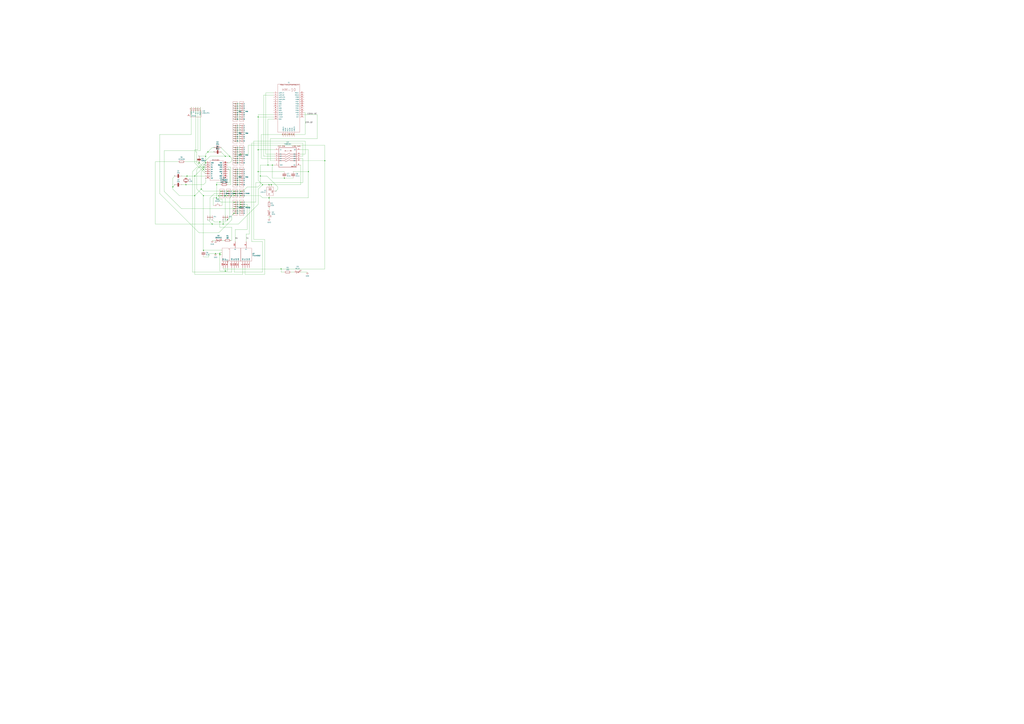
<source format=kicad_sch>
(kicad_sch (version 20230121) (generator eeschema)
  (paper "A0")
  (title_block (title "shield.sch") (date "16 DEC 2016"))
  (lib_symbols
    (symbol "TXB0104:TXB0104" (pin_names (offset 1.016))
      (property "Reference" "U" (at -10.16 12.7 0))
      (property "Value" "TXB0104" (at -10.16 -15.24 0))
      (symbol "TXB0104_0_0"
        (text "(bank A)" (at 4.064 -12.192 0) (effects (font (size 0.762 0.762)) (justify left bottom)))
        (text "1V2-3V6" (at -11.684 10.922 0) (effects (font (size 1.27 1.27)) (justify left bottom)))
        (text "1V65-5V5" (at 4.826 10.922 0) (effects (font (size 1.27 1.27)) (justify left bottom)))
        (text "VA < VB" (at -3.81 5.588 0) (effects (font (size 1.27 1.27)) (justify left bottom)))
        (pin bidirectional line (at -15.24 7.62 0) (length 5.08) (name "VA") (number "1"))
        (pin bidirectional line (at 15.24 -5.08 180) (length 5.08) (name "B4") (number "10"))
        (pin bidirectional line (at 15.24 -2.54 180) (length 5.08) (name "B3") (number "11"))
        (pin bidirectional line (at 15.24 0 180) (length 5.08) (name "B2") (number "12"))
        (pin bidirectional line (at 15.24 2.54 180) (length 5.08) (name "B1") (number "13"))
        (pin bidirectional line (at 15.24 7.62 180) (length 5.08) (name "VB") (number "14"))
        (pin bidirectional line (at -15.24 2.54 0) (length 5.08) (name "A1") (number "2"))
        (pin bidirectional line (at -15.24 0 0) (length 5.08) (name "A2") (number "3"))
        (pin bidirectional line (at -15.24 -2.54 0) (length 5.08) (name "A3") (number "4"))
        (pin bidirectional line (at -15.24 -5.08 0) (length 5.08) (name "A4") (number "5"))
        (pin bidirectional line (at -15.24 -10.16 0) (length 5.08) (name "GND") (number "7"))
        (pin bidirectional line (at 15.24 -10.16 180) (length 5.08) (name "OE") (number "8"))
      )
    )
    (symbol "shield-rescue:4052" (pin_names (offset 0.762))
      (property "Reference" "U" (at 11.43 15.24 0))
      (property "Value" "4052" (at 10.16 -19.05 0))
      (symbol "4052_0_0"
        (pin power_in line (at 5.08 16.51 270) (length 0) hide (name "Vdd") (number "16"))
        (pin power_in line (at 0 16.51 270) (length 0) hide (name "Vss") (number "8"))
      )
      (symbol "4052_1_1"
        (pin passive line (at -15.24 -7.62 0) (length 7.62) (name "Y0") (number "1"))
        (pin input line (at -15.24 15.24 0) (length 7.62) (name "A0") (number "10"))
        (pin passive line (at -15.24 -2.54 0) (length 7.62) (name "X3") (number "11"))
        (pin passive line (at -15.24 5.08 0) (length 7.62) (name "X0") (number "12"))
        (pin passive line (at 15.24 1.27 180) (length 7.62) (name "X") (number "13"))
        (pin passive line (at -15.24 2.54 0) (length 7.62) (name "X1") (number "14"))
        (pin passive line (at -15.24 0 0) (length 7.62) (name "X2") (number "15"))
        (pin passive line (at -15.24 -12.7 0) (length 7.62) (name "Y2") (number "2"))
        (pin passive line (at 15.24 -11.43 180) (length 7.62) (name "Y") (number "3"))
        (pin passive line (at -15.24 -15.24 0) (length 7.62) (name "Y3") (number "4"))
        (pin passive line (at -15.24 -10.16 0) (length 7.62) (name "Y1") (number "5"))
        (pin input inverted (at -15.24 10.16 0) (length 7.62) (name "~{E}") (number "6"))
        (pin power_in line (at 2.54 16.51 270) (length 0) hide (name "VEE") (number "7"))
        (pin input line (at -15.24 12.7 0) (length 7.62) (name "A1") (number "9"))
      )
    )
    (symbol "shield-rescue:C" (pin_numbers hide) (pin_names (offset 0.254))
      (property "Reference" "C" (at 0.635 2.54 0))
      (property "Value" "C" (at 0.635 -2.54 0))
      (symbol "C_1_1"
        (pin passive line (at 0 3.81 270) (length 2.794) (name "~") (number "1"))
        (pin passive line (at 0 -3.81 90) (length 2.794) (name "~") (number "2"))
      )
    )
    (symbol "shield-rescue:CP" (pin_numbers hide) (pin_names (offset 0.254))
      (property "Reference" "C" (at 0.635 2.54 0))
      (property "Value" "CP" (at 0.635 -2.54 0))
      (symbol "CP_1_1"
        (pin passive line (at 0 3.81 270) (length 2.794) (name "~") (number "1"))
        (pin passive line (at 0 -3.81 90) (length 2.794) (name "~") (number "2"))
      )
    )
    (symbol "shield-rescue:Crystal" (pin_numbers hide) (pin_names (offset 1.016) hide)
      (property "Reference" "Y" (at 0 3.81 0))
      (property "Value" "Crystal" (at 0 -3.81 0))
      (symbol "Crystal_1_1"
        (pin passive line (at -3.81 0 0) (length 1.27) (name "1") (number "1"))
        (pin passive line (at 3.81 0 180) (length 1.27) (name "2") (number "2"))
      )
    )
    (symbol "shield-rescue:GND" (power) (pin_names (offset 0))
      (property "Value" "GND" (at 0 -3.81 0))
      (symbol "GND_1_1"
        (pin power_in line (at 0 0 270) (length 0) hide (name "GND") (number "1"))
      )
    )
    (symbol "shield-rescue:LED" (pin_names (offset 1.016) hide)
      (property "Reference" "D" (at 0 2.54 0))
      (property "Value" "LED" (at 0 -2.54 0))
      (symbol "LED_1_1"
        (pin passive line (at -3.81 0 0) (length 2.54) (name "K") (number "1"))
        (pin passive line (at 3.81 0 180) (length 2.54) (name "A") (number "2"))
      )
    )
    (symbol "shield-rescue:R" (pin_numbers hide) (pin_names (offset 0))
      (property "Reference" "R" (at 2.032 0 90))
      (property "Value" "R" (at 0 0 90))
      (symbol "R_1_1"
        (pin passive line (at 0 3.81 270) (length 1.27) (name "~") (number "1"))
        (pin passive line (at 0 -3.81 90) (length 1.27) (name "~") (number "2"))
      )
    )
    (symbol "shield-rescue:SW_Push" (pin_numbers hide) (pin_names (offset 1.016) hide)
      (property "Reference" "SW" (at 1.27 2.54 0))
      (property "Value" "SW_Push" (at 0 -1.524 0))
      (symbol "SW_Push_0_1"
        (pin passive line (at -5.08 0 0) (length 2.54) (name "1") (number "1"))
        (pin passive line (at 5.08 0 180) (length 2.54) (name "2") (number "2"))
      )
    )
    (symbol "shield-rescue:USB_OTG" (pin_names (offset 1.016))
      (property "Reference" "P" (at 8.255 -3.175 0))
      (property "Value" "USB_OTG" (at 0 5.08 0))
      (symbol "USB_OTG_1_1"
        (pin power_out line (at -5.08 -7.62 90) (length 3.81) (name "VBUS") (number "1"))
        (pin passive line (at -2.54 -7.62 90) (length 3.81) (name "D-") (number "2"))
        (pin passive line (at 0 -7.62 90) (length 3.81) (name "D+") (number "3"))
        (pin power_in line (at 2.54 -7.62 90) (length 3.81) (name "ID") (number "4"))
        (pin power_in line (at 5.08 -7.62 90) (length 3.81) (name "GND") (number "5"))
        (pin passive line (at 10.16 2.54 180) (length 3.81) (name "shield") (number "6"))
      )
    )
    (symbol "shield:CH340G_CH340G" (pin_names (offset 1.016))
      (symbol "CH340G_CH340G_1_0"
        (text "CH340G" (at -0.9906 13.4112 0) (effects (font (size 1.4224 1.4224))))
      )
      (symbol "CH340G_CH340G_1_1"
        (pin bidirectional line (at -12.7 10.16 0) (length 5.08) (name "GND") (number "1"))
        (pin bidirectional line (at 12.7 -5.08 180) (length 5.08) (name "DSR") (number "10"))
        (pin bidirectional line (at 12.7 -2.54 180) (length 5.08) (name "RI") (number "11"))
        (pin bidirectional line (at 12.7 0 180) (length 5.08) (name "DCD") (number "12"))
        (pin bidirectional line (at 12.7 2.54 180) (length 5.08) (name "DTR") (number "13"))
        (pin bidirectional line (at 12.7 5.08 180) (length 5.08) (name "RTS") (number "14"))
        (pin bidirectional line (at 12.7 7.62 180) (length 5.08) (name "RS232") (number "15"))
        (pin bidirectional line (at 12.7 10.16 180) (length 5.08) (name "VCC") (number "16"))
        (pin bidirectional line (at -12.7 7.62 0) (length 5.08) (name "TX") (number "2"))
        (pin bidirectional line (at -12.7 5.08 0) (length 5.08) (name "RX") (number "3"))
        (pin bidirectional line (at -12.7 2.54 0) (length 5.08) (name "V3") (number "4"))
        (pin bidirectional line (at -12.7 0 0) (length 5.08) (name "D+") (number "5"))
        (pin bidirectional line (at -12.7 -2.54 0) (length 5.08) (name "D-") (number "6"))
        (pin bidirectional line (at -12.7 -5.08 0) (length 5.08) (name "XI") (number "7"))
        (pin bidirectional line (at -12.7 -7.62 0) (length 5.08) (name "XO") (number "8"))
        (pin bidirectional line (at 12.7 -7.62 180) (length 5.08) (name "CTS") (number "9"))
      )
    )
    (symbol "shield:DP_DEVICES.V6_CON_HEADER_1X03" (pin_numbers hide) (pin_names (offset 1.016))
      (property "Reference" "J" (at -1.27 6.35 0))
      (symbol "DP_DEVICES.V6_CON_HEADER_1X03_1_1"
        (pin bidirectional inverted (at 0 2.54 0) (length 2.54) (name "1") (number "1"))
        (pin bidirectional inverted (at 0 0 0) (length 2.54) (name "2") (number "2"))
        (pin bidirectional inverted (at 0 -2.54 0) (length 2.54) (name "3") (number "3"))
      )
    )
    (symbol "shield:DP_DEVICES.V6_CON_HEADER_1X06" (pin_numbers hide) (pin_names (offset 1.016))
      (property "Reference" "J" (at -1.27 8.89 0))
      (symbol "DP_DEVICES.V6_CON_HEADER_1X06_1_1"
        (pin bidirectional inverted (at 0 5.08 0) (length 2.54) (name "1") (number "1"))
        (pin bidirectional inverted (at 0 2.54 0) (length 2.54) (name "2") (number "2"))
        (pin passive inverted (at 0 0 0) (length 2.54) (name "3") (number "3"))
        (pin passive inverted (at 0 -2.54 0) (length 2.54) (name "4") (number "4"))
        (pin passive inverted (at 0 -5.08 0) (length 2.54) (name "5") (number "5"))
        (pin passive inverted (at 0 -7.62 0) (length 2.54) (name "6") (number "6"))
      )
    )
    (symbol "shield:DP_DEVICES.V6_CON_HEADER_1X08" (pin_numbers hide) (pin_names (offset 1.016))
      (property "Reference" "J" (at -1.27 10.795 0))
      (symbol "DP_DEVICES.V6_CON_HEADER_1X08_1_1"
        (pin passive inverted (at 0 7.62 0) (length 2.54) (name "1") (number "1"))
        (pin passive inverted (at 0 5.08 0) (length 2.54) (name "2") (number "2"))
        (pin passive inverted (at 0 2.54 0) (length 2.54) (name "3") (number "3"))
        (pin passive inverted (at 0 0 0) (length 2.54) (name "4") (number "4"))
        (pin passive inverted (at 0 -2.54 0) (length 2.54) (name "5") (number "5"))
        (pin passive inverted (at 0 -5.08 0) (length 2.54) (name "6") (number "6"))
        (pin passive inverted (at 0 -7.62 0) (length 2.54) (name "7") (number "7"))
        (pin passive inverted (at 0 -10.16 0) (length 2.54) (name "8") (number "8"))
      )
    )
    (symbol "shield:JNHUAMAO_HM-10" (pin_names (offset 1.016))
      (property "Reference" "E" (at 14.4018 -45.72 90))
      (symbol "JNHUAMAO_HM-10_1_0"
        (text "HM-10" (at 12.8524 -6.5532 0) (effects (font (size 3.048 3.048))))
        (text "http://www.jnhuamao.cn/" (at 13.843 -0.5842 0) (effects (font (size 1.143 1.143))))
      )
      (symbol "JNHUAMAO_HM-10_1_1"
        (pin bidirectional line (at -5.08 -25.4 0) (length 5.08) (name "NC7") (number "$7"))
        (pin bidirectional line (at -5.08 -10.16 0) (length 5.08) (name "UART_TX") (number "1"))
        (pin bidirectional line (at -5.08 -33.02 0) (length 5.08) (name "NC10") (number "10"))
        (pin bidirectional line (at -5.08 -35.56 0) (length 5.08) (name "RESET") (number "11"))
        (pin bidirectional line (at -5.08 -38.1 0) (length 5.08) (name "+3.3V") (number "12"))
        (pin bidirectional line (at -5.08 -40.64 0) (length 5.08) (name "GND") (number "13"))
        (pin bidirectional line (at -5.08 -40.64 0) (length 5.08) hide (name "GND") (number "14"))
        (pin bidirectional line (at 6.35 -60.96 90) (length 5.08) (name "USB_D-") (number "15"))
        (pin bidirectional line (at 8.89 -60.96 90) (length 5.08) (name "NC16") (number "16"))
        (pin bidirectional line (at 11.43 -60.96 90) (length 5.08) (name "NC17") (number "17"))
        (pin bidirectional line (at 13.97 -60.96 90) (length 5.08) (name "NC18") (number "18"))
        (pin bidirectional line (at 16.51 -60.96 90) (length 5.08) (name "NC19") (number "19"))
        (pin bidirectional line (at -5.08 -12.7 0) (length 5.08) (name "UART_RX") (number "2"))
        (pin bidirectional line (at 19.05 -60.96 90) (length 5.08) (name "USB_D+") (number "20"))
        (pin bidirectional line (at -5.08 -40.64 0) (length 5.08) hide (name "GND") (number "21"))
        (pin bidirectional line (at -5.08 -40.64 0) (length 5.08) hide (name "GND") (number "22"))
        (pin bidirectional line (at 30.48 -38.1 180) (length 5.08) (name "KEY") (number "23"))
        (pin bidirectional line (at 30.48 -35.56 180) (length 5.08) (name "LED") (number "24"))
        (pin bidirectional line (at 30.48 -33.02 180) (length 5.08) (name "PIO2") (number "25"))
        (pin bidirectional line (at 30.48 -30.48 180) (length 5.08) (name "PIO3") (number "26"))
        (pin bidirectional line (at 30.48 -27.94 180) (length 5.08) (name "PIO4") (number "27"))
        (pin bidirectional line (at 30.48 -25.4 180) (length 5.08) (name "PIO5") (number "28"))
        (pin bidirectional line (at 30.48 -22.86 180) (length 5.08) (name "PIO6") (number "29"))
        (pin bidirectional line (at -5.08 -15.24 0) (length 5.08) (name "UART_CTS") (number "3"))
        (pin bidirectional line (at 30.48 -20.32 180) (length 5.08) (name "PIO7") (number "30"))
        (pin bidirectional line (at 30.48 -17.78 180) (length 5.08) (name "PIO8") (number "31"))
        (pin bidirectional line (at 30.48 -15.24 180) (length 5.08) (name "PIO9") (number "32"))
        (pin bidirectional line (at 30.48 -12.7 180) (length 5.08) (name "PIO10") (number "33"))
        (pin bidirectional line (at 30.48 -10.16 180) (length 5.08) (name "PIO11") (number "34"))
        (pin bidirectional line (at -5.08 -17.78 0) (length 5.08) (name "UART_RTS") (number "4"))
        (pin bidirectional line (at -5.08 -20.32 0) (length 5.08) (name "NC5") (number "5"))
        (pin bidirectional line (at -5.08 -22.86 0) (length 5.08) (name "NC6") (number "6"))
        (pin bidirectional line (at -5.08 -27.94 0) (length 5.08) (name "NC8") (number "8"))
        (pin bidirectional line (at -5.08 -30.48 0) (length 5.08) (name "NC9") (number "9"))
      )
    )
    (symbol "shield:SPARKFUN-CAPACITORS_CAP" (pin_numbers hide) (pin_names (offset 1.016) hide)
      (property "Reference" "C" (at 1.524 2.921 0))
      (property "Value" "SPARKFUN-CAPACITORS_CAP" (at 1.524 -2.159 0))
      (symbol "SPARKFUN-CAPACITORS_CAP_1_1"
        (pin passive line (at 0 5.08 270) (length 2.54) (name "1") (number "1"))
        (pin passive line (at 0 -2.54 90) (length 2.54) (name "2") (number "2"))
      )
    )
    (symbol "shield:SPARKFUN-POWERIC_V_REG_LM1117" (pin_numbers hide) (pin_names (offset 1.016) hide)
      (property "Reference" "U" (at 2.54 -7.62 0))
      (property "Value" "SPARKFUN-POWERIC_V_REG_LM1117" (at 2.54 -10.16 0))
      (symbol "SPARKFUN-POWERIC_V_REG_LM1117_1_0"
        (text "ADJ" (at -0.2794 -3.7084 0) (effects (font (size 1.2192 1.2192))))
        (text "IN" (at -3.2766 -0.0254 0) (effects (font (size 1.2192 1.2192))))
        (text "OUT" (at 2.6416 -2.0574 0) (effects (font (size 1.2192 1.2192))))
        (text "OUT" (at 2.6416 -0.2794 0) (effects (font (size 1.2192 1.2192))))
      )
      (symbol "SPARKFUN-POWERIC_V_REG_LM1117_1_1"
        (pin input line (at 0 -7.62 90) (length 2.54) (name "ADJ") (number "1"))
        (pin output line (at 7.62 0 180) (length 2.54) (name "OUT") (number "2"))
        (pin input line (at -7.62 0 0) (length 2.54) (name "IN") (number "3"))
        (pin output line (at 7.62 -2.54 180) (length 2.54) (name "OUT") (number "4"))
      )
    )
    (symbol "shield:SPARKFUN-RETIRED_JUMPER-3" (pin_numbers hide) (pin_names (offset 1.016) hide)
      (property "Reference" "JP" (at -2.159 0 90))
      (property "Value" "SPARKFUN-RETIRED_JUMPER-3" (at 7.366 0 90))
      (symbol "SPARKFUN-RETIRED_JUMPER-3_1_1"
        (pin passive line (at 0 -2.54 90) (length 2.54) (name "1") (number "1"))
        (pin passive line (at 2.54 -2.54 90) (length 2.54) (name "2") (number "2"))
        (pin passive line (at 5.08 -2.54 90) (length 2.54) (name "3") (number "3"))
      )
    )
  )
  (junction (at 261.62 227.33))
  (junction (at 279.4 237.49))
  (junction (at 215.9 214.63))
  (junction (at 279.4 222.25))
  (junction (at 314.96 214.63))
  (junction (at 271.78 227.33))
  (junction (at 271.78 222.25))
  (junction (at 304.8 214.63))
  (junction (at 256.54 227.33))
  (junction (at 226.06 204.47))
  (junction (at 279.4 227.33))
  (junction (at 264.16 227.33))
  (junction (at 316.23 191.77))
  (junction (at 326.39 312.42))
  (junction (at 261.62 181.61))
  (junction (at 264.16 255.27))
  (junction (at 238.76 181.61))
  (junction (at 254 227.33))
  (junction (at 251.46 214.63))
  (junction (at 266.7 181.61))
  (junction (at 299.72 173.99))
  (junction (at 311.15 191.77))
  (junction (at 233.68 219.71))
  (junction (at 279.4 240.03))
  (junction (at 236.22 290.83))
  (junction (at 255.27 295.91))
  (junction (at 312.42 214.63))
  (junction (at 238.76 189.23))
  (junction (at 256.54 222.25))
  (junction (at 246.38 260.35))
  (junction (at 299.72 199.39))
  (junction (at 236.22 227.33))
  (junction (at 377.19 186.69))
  (junction (at 271.78 242.57))
  (junction (at 330.2 207.01))
  (junction (at 264.16 222.25))
  (junction (at 358.14 199.39))
  (junction (at 200.66 217.17))
  (junction (at 255.27 294.64))
  (junction (at 299.72 135.89))
  (junction (at 226.06 227.33))
  (junction (at 271.78 247.65))
  (junction (at 271.78 234.95))
  (junction (at 271.78 224.79))
  (junction (at 279.4 234.95))
  (junction (at 236.22 196.85))
  (junction (at 251.46 229.87))
  (junction (at 312.42 229.87))
  (junction (at 259.08 260.35))
  (junction (at 231.14 189.23))
  (junction (at 217.17 204.47))
  (junction (at 250.19 294.64))
  (junction (at 241.3 176.53))
  (junction (at 279.4 179.07))
  (junction (at 255.27 257.81))
  (junction (at 261.62 314.96))
  (junction (at 302.26 204.47))
  (wire (pts (xy 251.46 212.09) (xy 251.46 214.63)))
  (wire (pts (xy 223.52 316.23) (xy 269.24 316.23)))
  (wire (pts (xy 279.4 173.99) (xy 271.78 173.99)))
  (wire (pts (xy 271.78 161.29) (xy 279.4 161.29)))
  (wire (pts (xy 246.38 260.35) (xy 241.3 255.27)))
  (wire (pts (xy 316.23 191.77) (xy 316.23 207.01)))
  (wire (pts (xy 279.4 234.95) (xy 297.18 234.95)))
  (wire (pts (xy 242.57 298.45) (xy 242.57 294.64)))
  (wire (pts (xy 279.4 179.07) (xy 288.29 179.07)))
  (wire (pts (xy 217.17 205.74) (xy 215.9 205.74)))
  (wire (pts (xy 236.22 196.85) (xy 238.76 199.39)))
  (wire (pts (xy 287.02 217.17) (xy 281.94 222.25)))
  (wire (pts (xy 271.78 171.45) (xy 279.4 171.45)))
  (wire (pts (xy 261.62 227.33) (xy 264.16 227.33)))
  (wire (pts (xy 269.24 316.23) (xy 269.24 311.15)))
  (wire (pts (xy 248.92 257.81) (xy 255.27 257.81)))
  (wire (pts (xy 287.02 266.7) (xy 273.05 266.7)))
  (wire (pts (xy 279.4 123.19) (xy 271.78 123.19)))
  (wire (pts (xy 304.8 280.67) (xy 304.8 316.23)))
  (wire (pts (xy 180.34 260.35) (xy 246.38 260.35)))
  (wire (pts (xy 203.2 214.63) (xy 200.66 217.17)))
  (wire (pts (xy 279.4 158.75) (xy 271.78 158.75)))
  (wire (pts (xy 279.4 196.85) (xy 271.78 196.85)))
  (wire (pts (xy 309.88 204.47) (xy 322.58 217.17)))
  (wire (pts (xy 279.4 207.01) (xy 271.78 207.01)))
  (wire (pts (xy 254 227.33) (xy 256.54 227.33)))
  (wire (pts (xy 207.01 187.96) (xy 180.34 187.96)))
  (wire (pts (xy 358.14 173.99) (xy 349.25 173.99)))
  (wire (pts (xy 228.6 189.23) (xy 236.22 196.85)))
  (wire (pts (xy 208.28 227.33) (xy 226.06 227.33)))
  (wire (pts (xy 309.88 204.47) (xy 302.26 204.47)))
  (wire (pts (xy 308.61 179.07) (xy 318.77 179.07)))
  (wire (pts (xy 259.08 255.27) (xy 259.08 260.35)))
  (wire (pts (xy 330.2 199.39) (xy 299.72 199.39)))
  (wire (pts (xy 247.65 238.76) (xy 247.65 229.87)))
  (wire (pts (xy 271.78 237.49) (xy 279.4 237.49)))
  (wire (pts (xy 271.78 176.53) (xy 279.4 176.53)))
  (wire (pts (xy 349.25 214.63) (xy 349.25 191.77)))
  (wire (pts (xy 302.26 204.47) (xy 302.26 214.63)))
  (wire (pts (xy 257.81 231.14) (xy 257.81 238.76)))
  (wire (pts (xy 281.94 222.25) (xy 279.4 222.25)))
  (wire (pts (xy 264.16 314.96) (xy 264.16 311.15)))
  (wire (pts (xy 311.15 191.77) (xy 316.23 191.77)))
  (wire (pts (xy 210.82 204.47) (xy 217.17 204.47)))
  (wire (pts (xy 261.62 311.15) (xy 261.62 314.96)))
  (wire (pts (xy 269.24 255.27) (xy 269.24 250.19)))
  (wire (pts (xy 261.62 181.61) (xy 256.54 176.53)))
  (wire (pts (xy 307.34 318.77) (xy 284.48 318.77)))
  (wire (pts (xy 276.86 260.35) (xy 299.72 237.49)))
  (wire (pts (xy 259.08 311.15) (xy 259.08 312.42)))
  (wire (pts (xy 337.82 316.23) (xy 341.63 316.23)))
  (wire (pts (xy 236.22 227.33) (xy 228.6 219.71)))
  (wire (pts (xy 264.16 196.85) (xy 266.7 196.85)))
  (wire (pts (xy 285.75 280.67) (xy 285.75 271.78)))
  (wire (pts (xy 233.68 219.71) (xy 236.22 222.25)))
  (wire (pts (xy 292.1 166.37) (xy 292.1 280.67)))
  (wire (pts (xy 314.96 214.63) (xy 349.25 214.63)))
  (wire (pts (xy 266.7 181.61) (xy 256.54 171.45)))
  (wire (pts (xy 261.62 255.27) (xy 261.62 227.33)))
  (wire (pts (xy 200.66 207.01) (xy 200.66 217.17)))
  (wire (pts (xy 255.27 293.37) (xy 257.81 293.37)))
  (wire (pts (xy 307.34 278.13) (xy 307.34 318.77)))
  (wire (pts (xy 354.33 163.83) (xy 354.33 179.07)))
  (wire (pts (xy 271.78 135.89) (xy 279.4 135.89)))
  (wire (pts (xy 200.66 219.71) (xy 208.28 227.33)))
  (wire (pts (xy 279.4 201.93) (xy 271.78 201.93)))
  (wire (pts (xy 226.06 318.77) (xy 281.94 318.77)))
  (wire (pts (xy 269.24 279.4) (xy 267.97 279.4)))
  (wire (pts (xy 238.76 189.23) (xy 236.22 191.77)))
  (wire (pts (xy 297.18 212.09) (xy 297.18 234.95)))
  (wire (pts (xy 255.27 294.64) (xy 255.27 295.91)))
  (wire (pts (xy 226.06 189.23) (xy 226.06 173.99)))
  (wire (pts (xy 368.3 133.35) (xy 368.3 161.29)))
  (wire (pts (xy 269.24 250.19) (xy 271.78 247.65)))
  (wire (pts (xy 271.78 146.05) (xy 279.4 146.05)))
  (wire (pts (xy 243.84 229.87) (xy 248.92 224.79)))
  (wire (pts (xy 255.27 257.81) (xy 261.62 257.81)))
  (wire (pts (xy 273.05 266.7) (xy 273.05 280.67)))
  (wire (pts (xy 271.78 234.95) (xy 279.4 234.95)))
  (wire (pts (xy 222.25 156.21) (xy 185.42 156.21)))
  (wire (pts (xy 255.27 314.96) (xy 261.62 314.96)))
  (wire (pts (xy 246.38 171.45) (xy 248.92 171.45)))
  (wire (pts (xy 236.22 191.77) (xy 236.22 196.85)))
  (wire (pts (xy 255.27 293.37) (xy 255.27 294.64)))
  (wire (pts (xy 308.61 107.95) (xy 308.61 179.07)))
  (wire (pts (xy 210.82 242.57) (xy 271.78 242.57)))
  (wire (pts (xy 269.24 186.69) (xy 266.7 189.23)))
  (wire (pts (xy 299.72 135.89) (xy 299.72 133.35)))
  (wire (pts (xy 349.25 184.15) (xy 351.79 184.15)))
  (wire (pts (xy 368.3 161.29) (xy 313.69 161.29)))
  (wire (pts (xy 304.8 316.23) (xy 271.78 316.23)))
  (wire (pts (xy 304.8 229.87) (xy 312.42 229.87)))
  (wire (pts (xy 279.4 222.25) (xy 271.78 222.25)))
  (wire (pts (xy 299.72 217.17) (xy 287.02 217.17)))
  (wire (pts (xy 289.56 271.78) (xy 289.56 240.03)))
  (wire (pts (xy 266.7 196.85) (xy 266.7 212.09)))
  (wire (pts (xy 279.4 184.15) (xy 271.78 184.15)))
  (wire (pts (xy 326.39 316.23) (xy 330.2 316.23)))
  (wire (pts (xy 256.54 227.33) (xy 261.62 227.33)))
  (wire (pts (xy 271.78 245.11) (xy 279.4 245.11)))
  (wire (pts (xy 299.72 209.55) (xy 299.72 199.39)))
  (wire (pts (xy 226.06 189.23) (xy 238.76 201.93)))
  (wire (pts (xy 264.16 222.25) (xy 256.54 222.25)))
  (wire (pts (xy 349.25 186.69) (xy 377.19 186.69)))
  (wire (pts (xy 236.22 227.33) (xy 236.22 290.83)))
  (wire (pts (xy 354.33 156.21) (xy 303.53 156.21)))
  (wire (pts (xy 302.26 227.33) (xy 304.8 229.87)))
  (wire (pts (xy 322.58 217.17) (xy 322.58 219.71)))
  (wire (pts (xy 200.66 217.17) (xy 200.66 219.71)))
  (wire (pts (xy 354.33 130.81) (xy 354.33 156.21)))
  (wire (pts (xy 316.23 207.01) (xy 330.2 207.01)))
  (wire (pts (xy 330.2 207.01) (xy 340.36 207.01)))
  (wire (pts (xy 247.65 229.87) (xy 251.46 229.87)))
  (wire (pts (xy 250.19 294.64) (xy 255.27 294.64)))
  (wire (pts (xy 215.9 214.63) (xy 215.9 213.36)))
  (wire (pts (xy 303.53 184.15) (xy 318.77 184.15)))
  (wire (pts (xy 279.4 240.03) (xy 289.56 240.03)))
  (wire (pts (xy 251.46 229.87) (xy 256.54 234.95)))
  (wire (pts (xy 271.78 151.13) (xy 279.4 151.13)))
  (wire (pts (xy 326.39 312.42) (xy 326.39 316.23)))
  (wire (pts (xy 312.42 241.3) (xy 312.42 243.84)))
  (wire (pts (xy 322.58 219.71) (xy 320.04 222.25)))
  (wire (pts (xy 228.6 176.53) (xy 228.6 189.23)))
  (wire (pts (xy 266.7 189.23) (xy 264.16 189.23)))
  (wire (pts (xy 238.76 191.77) (xy 226.06 204.47)))
  (wire (pts (xy 306.07 110.49) (xy 306.07 181.61)))
  (wire (pts (xy 236.22 214.63) (xy 238.76 212.09)))
  (wire (pts (xy 236.22 298.45) (xy 242.57 298.45)))
  (wire (pts (xy 251.46 214.63) (xy 251.46 229.87)))
  (wire (pts (xy 271.78 156.21) (xy 279.4 156.21)))
  (wire (pts (xy 229.87 124.46) (xy 229.87 173.99)))
  (wire (pts (xy 217.17 204.47) (xy 226.06 204.47)))
  (wire (pts (xy 236.22 196.85) (xy 233.68 199.39)))
  (wire (pts (xy 313.69 161.29) (xy 313.69 186.69)))
  (wire (pts (xy 231.14 181.61) (xy 238.76 181.61)))
  (wire (pts (xy 312.42 229.87) (xy 358.14 229.87)))
  (wire (pts (xy 232.41 175.26) (xy 190.5 175.26)))
  (wire (pts (xy 231.14 187.96) (xy 214.63 187.96)))
  (wire (pts (xy 279.4 148.59) (xy 271.78 148.59)))
  (wire (pts (xy 266.7 252.73) (xy 266.7 229.87)))
  (wire (pts (xy 231.14 189.23) (xy 231.14 187.96)))
  (wire (pts (xy 302.26 191.77) (xy 311.15 191.77)))
  (wire (pts (xy 294.64 163.83) (xy 354.33 163.83)))
  (wire (pts (xy 351.79 166.37) (xy 351.79 181.61)))
  (wire (pts (xy 311.15 138.43) (xy 311.15 191.77)))
  (wire (pts (xy 306.07 181.61) (xy 318.77 181.61)))
  (wire (pts (xy 241.3 176.53) (xy 246.38 171.45)))
  (wire (pts (xy 255.27 295.91) (xy 257.81 295.91)))
  (wire (pts (xy 349.25 316.23) (xy 356.87 316.23)))
  (wire (pts (xy 180.34 187.96) (xy 180.34 260.35)))
  (wire (pts (xy 279.4 133.35) (xy 271.78 133.35)))
  (wire (pts (xy 292.1 166.37) (xy 351.79 166.37)))
  (wire (pts (xy 279.4 153.67) (xy 271.78 153.67)))
  (wire (pts (xy 271.78 199.39) (xy 279.4 199.39)))
  (wire (pts (xy 304.8 214.63) (xy 312.42 214.63)))
  (wire (pts (xy 317.5 107.95) (xy 308.61 107.95)))
  (wire (pts (xy 271.78 214.63) (xy 279.4 214.63)))
  (wire (pts (xy 228.6 219.71) (xy 228.6 196.85)))
  (wire (pts (xy 299.72 219.71) (xy 304.8 214.63)))
  (wire (pts (xy 299.72 135.89) (xy 317.5 135.89)))
  (wire (pts (xy 353.06 130.81) (xy 354.33 130.81)))
  (wire (pts (xy 299.72 133.35) (xy 317.5 133.35)))
  (wire (pts (xy 377.19 186.69) (xy 377.19 168.91)))
  (wire (pts (xy 246.38 255.27) (xy 248.92 257.81)))
  (wire (pts (xy 227.33 124.46) (xy 227.33 176.53)))
  (wire (pts (xy 226.06 227.33) (xy 233.68 219.71)))
  (wire (pts (xy 279.4 163.83) (xy 271.78 163.83)))
  (wire (pts (xy 316.23 191.77) (xy 318.77 191.77)))
  (wire (pts (xy 259.08 260.35) (xy 276.86 260.35)))
  (wire (pts (xy 255.27 295.91) (xy 255.27 314.96)))
  (wire (pts (xy 266.7 212.09) (xy 264.16 212.09)))
  (wire (pts (xy 190.5 222.25) (xy 210.82 242.57)))
  (wire (pts (xy 353.06 133.35) (xy 368.3 133.35)))
  (wire (pts (xy 271.78 204.47) (xy 279.4 204.47)))
  (wire (pts (xy 228.6 194.31) (xy 238.76 194.31)))
  (wire (pts (xy 257.81 279.4) (xy 260.35 279.4)))
  (wire (pts (xy 351.79 181.61) (xy 349.25 181.61)))
  (wire (pts (xy 271.78 130.81) (xy 279.4 130.81)))
  (wire (pts (xy 271.78 125.73) (xy 279.4 125.73)))
  (wire (pts (xy 185.42 224.79) (xy 231.14 270.51)))
  (wire (pts (xy 267.97 194.31) (xy 264.16 194.31)))
  (wire (pts (xy 351.79 184.15) (xy 351.79 212.09)))
  (wire (pts (xy 238.76 179.07) (xy 241.3 176.53)))
  (wire (pts (xy 238.76 179.07) (xy 238.76 181.61)))
  (wire (pts (xy 288.29 179.07) (xy 288.29 168.91)))
  (wire (pts (xy 236.22 290.83) (xy 257.81 290.83)))
  (wire (pts (xy 226.06 173.99) (xy 229.87 173.99)))
  (wire (pts (xy 271.78 120.65) (xy 279.4 120.65)))
  (wire (pts (xy 312.42 214.63) (xy 314.96 214.63)))
  (wire (pts (xy 271.78 242.57) (xy 279.4 242.57)))
  (wire (pts (xy 294.64 278.13) (xy 307.34 278.13)))
  (wire (pts (xy 228.6 196.85) (xy 243.84 181.61)))
  (wire (pts (xy 233.68 199.39) (xy 233.68 219.71)))
  (wire (pts (xy 299.72 173.99) (xy 299.72 135.89)))
  (wire (pts (xy 288.29 168.91) (xy 377.19 168.91)))
  (wire (pts (xy 190.5 175.26) (xy 190.5 222.25)))
  (wire (pts (xy 279.4 227.33) (xy 302.26 227.33)))
  (wire (pts (xy 264.16 227.33) (xy 271.78 227.33)))
  (wire (pts (xy 255.27 264.16) (xy 269.24 264.16)))
  (wire (pts (xy 246.38 260.35) (xy 259.08 260.35)))
  (wire (pts (xy 304.8 214.63) (xy 299.72 209.55)))
  (wire (pts (xy 238.76 196.85) (xy 231.14 189.23)))
  (wire (pts (xy 231.14 270.51) (xy 254 270.51)))
  (wire (pts (xy 267.97 214.63) (xy 264.16 214.63)))
  (wire (pts (xy 226.06 227.33) (xy 226.06 318.77)))
  (wire (pts (xy 377.19 312.42) (xy 377.19 186.69)))
  (wire (pts (xy 261.62 257.81) (xy 264.16 255.27)))
  (wire (pts (xy 266.7 229.87) (xy 271.78 224.79)))
  (wire (pts (xy 203.2 204.47) (xy 200.66 207.01)))
  (wire (pts (xy 269.24 264.16) (xy 269.24 279.4)))
  (wire (pts (xy 215.9 214.63) (xy 236.22 214.63)))
  (wire (pts (xy 242.57 294.64) (xy 250.19 294.64)))
  (wire (pts (xy 287.02 237.49) (xy 287.02 266.7)))
  (wire (pts (xy 313.69 186.69) (xy 318.77 186.69)))
  (wire (pts (xy 210.82 214.63) (xy 215.9 214.63)))
  (wire (pts (xy 271.78 240.03) (xy 279.4 240.03)))
  (wire (pts (xy 326.39 312.42) (xy 377.19 312.42)))
  (wire (pts (xy 351.79 212.09) (xy 297.18 212.09)))
  (wire (pts (xy 238.76 212.09) (xy 238.76 207.01)))
  (wire (pts (xy 271.78 224.79) (xy 279.4 224.79)))
  (wire (pts (xy 302.26 191.77) (xy 302.26 204.47)))
  (wire (pts (xy 281.94 318.77) (xy 281.94 311.15)))
  (wire (pts (xy 317.5 138.43) (xy 311.15 138.43)))
  (wire (pts (xy 303.53 156.21) (xy 303.53 184.15)))
  (wire (pts (xy 285.75 271.78) (xy 289.56 271.78)))
  (wire (pts (xy 243.84 255.27) (xy 243.84 229.87)))
  (wire (pts (xy 256.54 212.09) (xy 251.46 212.09)))
  (wire (pts (xy 312.42 251.46) (xy 312.42 254)))
  (wire (pts (xy 185.42 156.21) (xy 185.42 224.79)))
  (wire (pts (xy 306.07 110.49) (xy 317.5 110.49)))
  (wire (pts (xy 226.06 204.47) (xy 238.76 204.47)))
  (wire (pts (xy 223.52 199.39) (xy 228.6 194.31)))
  (wire (pts (xy 312.42 229.87) (xy 312.42 233.68)))
  (wire (pts (xy 261.62 181.61) (xy 266.7 181.61)))
  (wire (pts (xy 254 227.33) (xy 254 231.14)))
  (wire (pts (xy 302.26 214.63) (xy 299.72 217.17)))
  (wire (pts (xy 279.4 212.09) (xy 271.78 212.09)))
  (wire (pts (xy 266.7 181.61) (xy 269.24 184.15)))
  (wire (pts (xy 340.36 199.39) (xy 358.14 199.39)))
  (wire (pts (xy 248.92 224.79) (xy 256.54 224.79)))
  (wire (pts (xy 232.41 124.46) (xy 232.41 175.26)))
  (wire (pts (xy 243.84 181.61) (xy 261.62 181.61)))
  (wire (pts (xy 284.48 318.77) (xy 284.48 311.15)))
  (wire (pts (xy 299.72 173.99) (xy 318.77 173.99)))
  (wire (pts (xy 259.08 312.42) (xy 326.39 312.42)))
  (wire (pts (xy 279.4 237.49) (xy 287.02 237.49)))
  (wire (pts (xy 294.64 163.83) (xy 294.64 278.13)))
  (wire (pts (xy 271.78 227.33) (xy 279.4 227.33)))
  (wire (pts (xy 264.16 255.27) (xy 266.7 252.73)))
  (wire (pts (xy 217.17 204.47) (xy 217.17 205.74)))
  (wire (pts (xy 248.92 176.53) (xy 241.3 176.53)))
  (wire (pts (xy 271.78 222.25) (xy 264.16 222.25)))
  (wire (pts (xy 223.52 199.39) (xy 223.52 316.23)))
  (wire (pts (xy 254 270.51) (xy 269.24 255.27)))
  (wire (pts (xy 271.78 181.61) (xy 279.4 181.61)))
  (wire (pts (xy 222.25 124.46) (xy 222.25 156.21)))
  (wire (pts (xy 271.78 186.69) (xy 279.4 186.69)))
  (wire (pts (xy 358.14 229.87) (xy 358.14 199.39)))
  (wire (pts (xy 227.33 176.53) (xy 228.6 176.53)))
  (wire (pts (xy 267.97 194.31) (xy 267.97 214.63)))
  (wire (pts (xy 261.62 227.33) (xy 264.16 224.79)))
  (wire (pts (xy 236.22 227.33) (xy 254 227.33)))
  (wire (pts (xy 255.27 257.81) (xy 255.27 264.16)))
  (wire (pts (xy 271.78 316.23) (xy 271.78 311.15)))
  (wire (pts (xy 354.33 179.07) (xy 349.25 179.07)))
  (wire (pts (xy 254 231.14) (xy 257.81 231.14)))
  (wire (pts (xy 271.78 247.65) (xy 279.4 247.65)))
  (wire (pts (xy 279.4 128.27) (xy 271.78 128.27)))
  (wire (pts (xy 226.06 204.47) (xy 226.06 227.33)))
  (wire (pts (xy 269.24 184.15) (xy 269.24 186.69)))
  (wire (pts (xy 279.4 138.43) (xy 271.78 138.43)))
  (wire (pts (xy 256.54 234.95) (xy 271.78 234.95)))
  (wire (pts (xy 358.14 199.39) (xy 358.14 173.99)))
  (wire (pts (xy 292.1 280.67) (xy 304.8 280.67)))
  (wire (pts (xy 251.46 214.63) (xy 256.54 214.63)))
  (wire (pts (xy 279.4 189.23) (xy 271.78 189.23)))
  (wire (pts (xy 299.72 199.39) (xy 299.72 173.99)))
  (wire (pts (xy 261.62 314.96) (xy 264.16 314.96)))
  (wire (pts (xy 299.72 237.49) (xy 299.72 219.71)))
  (wire (pts (xy 271.78 209.55) (xy 279.4 209.55)))
  (wire (pts (xy 271.78 179.07) (xy 279.4 179.07)))
  (wire (pts (xy 250.19 279.4) (xy 246.38 279.4)))
  (wire (pts (xy 256.54 222.25) (xy 236.22 222.25)))
  (wire (pts (xy 238.76 181.61) (xy 238.76 189.23)))
  (label "3V3" (at 312.42 214.63 90) (effects (font (size 0.254 0.254))))
  (label "N$27" (at 279.4 158.75 180) (effects (font (size 0.254 0.254))))
  (label "N$18" (at 279.4 186.69 180) (effects (font (size 0.254 0.254))))
  (label "N$21" (at 279.4 179.07 180) (effects (font (size 0.254 0.254))))
  (label "N$23" (at 279.4 173.99 180) (effects (font (size 0.254 0.254))))
  (label "GND" (at 238.76 189.23 180) (effects (font (size 0.254 0.254))))
  (label "5V" (at 256.54 171.45 0) (effects (font (size 0.254 0.254))))
  (label "N$19" (at 271.78 184.15 180) (effects (font (size 0.254 0.254))))
  (label "N$12" (at 279.4 207.01 180) (effects (font (size 0.254 0.254))))
  (label "N$40" (at 279.4 120.65 180) (effects (font (size 0.254 0.254))))
  (label "5V" (at 279.4 227.33 180) (effects (font (size 0.254 0.254))))
  (label "N$21" (at 271.78 179.07 180) (effects (font (size 0.254 0.254))))
  (label "N$18" (at 271.78 186.69 180) (effects (font (size 0.254 0.254))))
  (label "N$22" (at 271.78 176.53 180) (effects (font (size 0.254 0.254))))
  (label "XI" (at 238.76 204.47 180) (effects (font (size 0.254 0.254))))
  (label "TXD-CH340G" (at 238.76 191.77 180) (effects (font (size 0.254 0.254))))
  (label "N$19" (at 279.4 184.15 180) (effects (font (size 0.254 0.254))))
  (label "TXD" (at 279.4 240.03 180) (effects (font (size 0.254 0.254))))
  (label "D-" (at 238.76 201.93 180) (effects (font (size 0.254 0.254))))
  (label "3V3" (at 314.96 214.63 90) (effects (font (size 0.254 0.254))))
  (label "N$2" (at 271.78 224.79 180) (effects (font (size 0.254 0.254))))
  (label "N$32" (at 271.78 146.05 180) (effects (font (size 0.254 0.254))))
  (label "N$44" (at 243.84 255.27 270) (effects (font (size 0.254 0.254))))
  (label "N$17" (at 271.78 189.23 180) (effects (font (size 0.254 0.254))))
  (label "N$15" (at 271.78 199.39 180) (effects (font (size 0.254 0.254))))
  (label "GND" (at 320.04 222.25 0) (effects (font (size 0.254 0.254))))
  (label "GND" (at 271.78 222.25 180) (effects (font (size 0.254 0.254))))
  (label "N$44" (at 256.54 224.79 180) (effects (font (size 0.254 0.254))))
  (label "N$37" (at 279.4 128.27 180) (effects (font (size 0.254 0.254))))
  (label "3V3" (at 241.3 255.27 270) (effects (font (size 0.254 0.254))))
  (label "PB" (at 279.4 181.61 180) (effects (font (size 0.254 0.254))))
  (label "N$12" (at 271.78 207.01 180) (effects (font (size 0.254 0.254))))
  (label "N$6" (at 271.78 242.57 180) (effects (font (size 0.254 0.254))))
  (label "N$25" (at 279.4 163.83 180) (effects (font (size 0.254 0.254))))
  (label "N$6" (at 279.4 242.57 180) (effects (font (size 0.254 0.254))))
  (label "N$27" (at 271.78 158.75 180) (effects (font (size 0.254 0.254))))
  (label "N$13" (at 279.4 204.47 180) (effects (font (size 0.254 0.254))))
  (label "XO" (at 210.82 214.63 0) (effects (font (size 0.254 0.254))))
  (label "GND" (at 248.92 171.45 180) (effects (font (size 0.254 0.254))))
  (label "N$17" (at 279.4 189.23 180) (effects (font (size 0.254 0.254))))
  (label "N$45" (at 264.16 224.79 180) (effects (font (size 0.254 0.254))))
  (label "N$2" (at 279.4 224.79 180) (effects (font (size 0.254 0.254))))
  (label "N$13" (at 271.78 204.47 180) (effects (font (size 0.254 0.254))))
  (label "N$9" (at 279.4 214.63 180) (effects (font (size 0.254 0.254))))
  (label "RXD" (at 279.4 237.49 180) (effects (font (size 0.254 0.254))))
  (label "N$16" (at 271.78 196.85 180) (effects (font (size 0.254 0.254))))
  (label "N$39" (at 279.4 123.19 180) (effects (font (size 0.254 0.254))))
  (label "N$39" (at 271.78 123.19 180) (effects (font (size 0.254 0.254))))
  (label "N$35" (at 279.4 133.35 180) (effects (font (size 0.254 0.254))))
  (label "N$45" (at 261.62 255.27 270) (effects (font (size 0.254 0.254))))
  (label "N$30" (at 279.4 151.13 180) (effects (font (size 0.254 0.254))))
  (label "N$26" (at 271.78 161.29 180) (effects (font (size 0.254 0.254))))
  (label "N$14" (at 279.4 201.93 180) (effects (font (size 0.254 0.254))))
  (label "N$40" (at 271.78 120.65 180) (effects (font (size 0.254 0.254))))
  (label "GND" (at 279.4 247.65 180) (effects (font (size 0.254 0.254))))
  (label "N$29" (at 271.78 153.67 180) (effects (font (size 0.254 0.254))))
  (label "TXD" (at 271.78 240.03 180) (effects (font (size 0.254 0.254))))
  (label "5V" (at 256.54 176.53 0) (effects (font (size 0.254 0.254))))
  (label "N$20" (at 279.4 245.11 180) (effects (font (size 0.254 0.254))))
  (label "N$15" (at 279.4 199.39 180) (effects (font (size 0.254 0.254))))
  (label "XO" (at 238.76 207.01 180) (effects (font (size 0.254 0.254))))
  (label "GND" (at 256.54 222.25 180) (effects (font (size 0.254 0.254))))
  (label "5V" (at 264.16 227.33 180) (effects (font (size 0.254 0.254))))
  (label "DTR" (at 279.4 234.95 180) (effects (font (size 0.254 0.254))))
  (label "N$34" (at 279.4 135.89 180) (effects (font (size 0.254 0.254))))
  (label "GND" (at 203.2 204.47 180) (effects (font (size 0.254 0.254))))
  (label "N$24" (at 271.78 171.45 180) (effects (font (size 0.254 0.254))))
  (label "N$9" (at 271.78 214.63 180) (effects (font (size 0.254 0.254))))
  (label "N$24" (at 279.4 171.45 180) (effects (font (size 0.254 0.254))))
  (label "DTR-USB" (at 264.16 196.85 0) (effects (font (size 0.254 0.254))))
  (label "GND" (at 231.14 181.61 90) (effects (font (size 0.254 0.254))))
  (label "N$10" (at 279.4 212.09 180) (effects (font (size 0.254 0.254))))
  (label "N$11" (at 271.78 209.55 180) (effects (font (size 0.254 0.254))))
  (label "N$33" (at 279.4 138.43 180) (effects (font (size 0.254 0.254))))
  (label "XI" (at 210.82 204.47 0) (effects (font (size 0.254 0.254))))
  (label "N$29" (at 279.4 153.67 180) (effects (font (size 0.254 0.254))))
  (label "N$14" (at 271.78 201.93 180) (effects (font (size 0.254 0.254))))
  (label "N$31" (at 279.4 148.59 180) (effects (font (size 0.254 0.254))))
  (label "N$8" (at 238.76 196.85 180) (effects (font (size 0.254 0.254))))
  (label "RX" (at 273.05 278.13 0) (effects (font (size 1.524 1.524))))
  (label "N$26" (at 279.4 161.29 180) (effects (font (size 0.254 0.254))))
  (label "PB" (at 271.78 181.61 180) (effects (font (size 0.254 0.254))))
  (label "N$38" (at 271.78 125.73 180) (effects (font (size 0.254 0.254))))
  (label "N$28" (at 271.78 156.21 180) (effects (font (size 0.254 0.254))))
  (label "GND" (at 203.2 214.63 180) (effects (font (size 0.254 0.254))))
  (label "N$23" (at 271.78 173.99 180) (effects (font (size 0.254 0.254))))
  (label "N$37" (at 271.78 128.27 180) (effects (font (size 0.254 0.254))))
  (label "DTR" (at 271.78 234.95 180) (effects (font (size 0.254 0.254))))
  (label "N$36" (at 279.4 130.81 180) (effects (font (size 0.254 0.254))))
  (label "5V" (at 264.16 189.23 0) (effects (font (size 0.254 0.254))))
  (label "RXD" (at 271.78 237.49 180) (effects (font (size 0.254 0.254))))
  (label "N$8" (at 231.14 189.23 270) (effects (font (size 0.254 0.254))))
  (label "N$30" (at 271.78 151.13 180) (effects (font (size 0.254 0.254))))
  (label "3V3" (at 259.08 255.27 270) (effects (font (size 0.254 0.254))))
  (label "TX" (at 285.75 278.13 0) (effects (font (size 1.524 1.524))))
  (label "N$2" (at 246.38 255.27 270) (effects (font (size 0.254 0.254))))
  (label "N$31" (at 271.78 148.59 180) (effects (font (size 0.254 0.254))))
  (label "N$22" (at 279.4 176.53 180) (effects (font (size 0.254 0.254))))
  (label "N$16" (at 279.4 196.85 180) (effects (font (size 0.254 0.254))))
  (label "N$20" (at 271.78 245.11 180) (effects (font (size 0.254 0.254))))
  (label "5V" (at 271.78 227.33 180) (effects (font (size 0.254 0.254))))
  (label "N$10" (at 271.78 212.09 180) (effects (font (size 0.254 0.254))))
  (label "GND" (at 279.4 222.25 180) (effects (font (size 0.254 0.254))))
  (label "N$2" (at 264.16 255.27 270) (effects (font (size 0.254 0.254))))
  (label "N$28" (at 279.4 156.21 180) (effects (font (size 0.254 0.254))))
  (label "5V" (at 312.42 229.87 270) (effects (font (size 0.254 0.254))))
  (label "N$33" (at 271.78 138.43 180) (effects (font (size 0.254 0.254))))
  (label "N$34" (at 271.78 135.89 180) (effects (font (size 0.254 0.254))))
  (label "N$32" (at 279.4 146.05 180) (effects (font (size 0.254 0.254))))
  (label "N$41" (at 271.78 247.65 270) (effects (font (size 0.254 0.254))))
  (label "GND" (at 264.16 222.25 180) (effects (font (size 0.254 0.254))))
  (label "GND" (at 320.04 135.89 0) (effects (font (size 0.254 0.254))))
  (label "N$11" (at 279.4 209.55 180) (effects (font (size 0.254 0.254))))
  (label "DTR-BT" (at 354.33 143.51 0) (effects (font (size 1.524 1.524))))
  (label "RXD-CH340G" (at 238.76 194.31 180) (effects (font (size 0.254 0.254))))
  (label "N$38" (at 279.4 125.73 180) (effects (font (size 0.254 0.254))))
  (label "N$36" (at 271.78 130.81 180) (effects (font (size 0.254 0.254))))
  (label "5V" (at 256.54 227.33 180) (effects (font (size 0.254 0.254))))
  (label "GND" (at 248.92 176.53 180) (effects (font (size 0.254 0.254))))
  (label "N$25" (at 271.78 163.83 180) (effects (font (size 0.254 0.254))))
  (label "N$35" (at 271.78 133.35 180) (effects (font (size 0.254 0.254))))
  (label "CONN-BT" (at 356.87 133.35 0) (effects (font (size 1.524 1.524))))
  (global_label "D+" (shape passive) (at 238.76 199.39 180) (effects (font (size 0.254 0.254))) (property "Intersheetrefs" "${INTERSHEET_REFS}" (effects hide)))
  (symbol (lib_id "shield:CH340G_CH340G") (at 251.46 199.39 0) (unit 1)
    (property "Reference" "U$1" (effects hide))
    (property "Value" "~" (at 246.4054 186.69 0) (effects (font (size 1.778 1.778)) (justify left bottom)))
    (property "Footprint" "shield:CH340G_SOIC16" (effects hide))
  )
  (symbol (lib_id "shield:JNHUAMAO_HM-10") (at 322.58 97.79 0) (unit 1)
    (property "Reference" "E1" (at 335.28 95.8596 0) (effects (font (size 1.143 1.143))))
    (property "Value" "JNHUAMAO_HM-10" (effects hide))
    (property "Footprint" "shield:JNHUAMAO_26.9X13X2.2_BOARD" (effects hide))
  )
  (symbol (lib_id "shield:SPARKFUN-POWERIC_V_REG_LM1117") (at 312.42 222.25 90) (unit 1)
    (property "Reference" "U1" (at 309.1688 221.1832 90) (effects (font (size 1.143 1.143)) (justify left)))
    (property "Value" "LM1117" (at 309.1688 223.3168 90) (effects (font (size 1.143 1.143)) (justify left)))
    (property "Footprint" "shield:SPARKFUN-POWERIC_SOT223" (effects hide))
  )
  (symbol (lib_id "shield:DP_DEVICES.V6_CON_HEADER_1X08") (at 271.78 128.27 0) (unit 1)
    (property "Reference" "PA1" (at 277.0886 129.54 0) (effects (font (size 1.143 1.143)) (justify left)))
    (property "Footprint" "shield:DP_DEVICES.V6_M1X8" (effects hide))
  )
  (symbol (lib_id "shield:DP_DEVICES.V6_CON_HEADER_1X08") (at 279.4 128.27 0) (unit 1)
    (property "Reference" "PA0" (at 284.7086 129.54 0) (effects (font (size 1.143 1.143)) (justify left)))
    (property "Footprint" "shield:DP_DEVICES.V6_M1X8" (effects hide))
  )
  (symbol (lib_id "shield:DP_DEVICES.V6_CON_HEADER_1X08") (at 279.4 153.67 0) (unit 1)
    (property "Reference" "PB0" (at 284.7086 154.94 0) (effects (font (size 1.143 1.143)) (justify left)))
    (property "Footprint" "shield:DP_DEVICES.V6_M1X8" (effects hide))
  )
  (symbol (lib_id "shield:DP_DEVICES.V6_CON_HEADER_1X08") (at 271.78 153.67 0) (unit 1)
    (property "Reference" "PB1" (at 277.0886 154.94 0) (effects (font (size 1.143 1.143)) (justify left)))
    (property "Footprint" "shield:DP_DEVICES.V6_M1X8" (effects hide))
  )
  (symbol (lib_id "shield:DP_DEVICES.V6_CON_HEADER_1X08") (at 279.4 179.07 0) (unit 1)
    (property "Reference" "PC0" (at 284.7086 180.34 0) (effects (font (size 1.143 1.143)) (justify left)))
    (property "Footprint" "shield:DP_DEVICES.V6_M1X8" (effects hide))
  )
  (symbol (lib_id "shield:DP_DEVICES.V6_CON_HEADER_1X08") (at 271.78 179.07 0) (unit 1)
    (property "Reference" "PC1" (at 277.0886 180.34 0) (effects (font (size 1.143 1.143)) (justify left)))
    (property "Footprint" "shield:DP_DEVICES.V6_M1X8" (effects hide))
  )
  (symbol (lib_id "shield:DP_DEVICES.V6_CON_HEADER_1X08") (at 279.4 204.47 0) (unit 1)
    (property "Reference" "PD0" (at 284.7086 205.74 0) (effects (font (size 1.143 1.143)) (justify left)))
    (property "Footprint" "shield:DP_DEVICES.V6_M1X8" (effects hide))
  )
  (symbol (lib_id "shield:DP_DEVICES.V6_CON_HEADER_1X08") (at 271.78 204.47 0) (unit 1)
    (property "Reference" "PD1" (at 277.0886 205.74 0) (effects (font (size 1.143 1.143)) (justify left)))
    (property "Footprint" "shield:DP_DEVICES.V6_M1X8" (effects hide))
  )
  (symbol (lib_id "shield:DP_DEVICES.V6_CON_HEADER_1X06") (at 279.4 240.03 0) (unit 1)
    (property "Reference" "PROG0" (at 284.7086 241.3 0) (effects (font (size 1.143 1.143)) (justify left)))
    (property "Footprint" "shield:DP_DEVICES.V6_M1X6" (effects hide))
  )
  (symbol (lib_id "shield:DP_DEVICES.V6_CON_HEADER_1X06") (at 271.78 240.03 0) (unit 1)
    (property "Reference" "PROG1" (at 277.0886 241.3 0) (effects (font (size 1.143 1.143)) (justify left)))
    (property "Footprint" "shield:DP_DEVICES.V6_M1X6" (effects hide))
  )
  (symbol (lib_id "shield:DP_DEVICES.V6_CON_HEADER_1X03") (at 279.4 224.79 0) (unit 1)
    (property "Reference" "PWR0" (at 284.7086 224.79 0) (effects (font (size 1.143 1.143)) (justify left)))
    (property "Footprint" "shield:DP_DEVICES.V6_M1X3" (effects hide))
  )
  (symbol (lib_id "shield:DP_DEVICES.V6_CON_HEADER_1X03") (at 271.78 224.79 0) (unit 1)
    (property "Reference" "PWR1" (at 277.0886 224.79 0) (effects (font (size 1.143 1.143)) (justify left)))
    (property "Footprint" "shield:DP_DEVICES.V6_M1X3" (effects hide))
  )
  (symbol (lib_id "shield:DP_DEVICES.V6_CON_HEADER_1X03") (at 264.16 224.79 0) (unit 1)
    (property "Reference" "PWR2" (at 269.4686 224.79 0) (effects (font (size 1.143 1.143)) (justify left)))
    (property "Footprint" "shield:DP_DEVICES.V6_M1X3" (effects hide))
  )
  (symbol (lib_id "shield:DP_DEVICES.V6_CON_HEADER_1X03") (at 256.54 224.79 0) (unit 1)
    (property "Reference" "PWR3" (at 261.8486 224.79 0) (effects (font (size 1.143 1.143)) (justify left)))
    (property "Footprint" "shield:DP_DEVICES.V6_M1X3" (effects hide))
  )
  (symbol (lib_id "shield:SPARKFUN-CAPACITORS_CAP") (at 231.14 186.69 0) (unit 1)
    (property "Reference" "C3" (at 233.8832 184.3532 0) (effects (font (size 1.143 1.143)) (justify left)))
    (property "Value" "0.01u" (at 233.8832 186.4868 0) (effects (font (size 1.143 1.143)) (justify left)))
    (property "Footprint" "Capacitors_SMD:C_0805_HandSoldering" (effects hide))
  )
  (symbol (lib_id "shield:SPARKFUN-CAPACITORS_CAP") (at 251.46 176.53 270) (unit 1)
    (property "Reference" "C5" (at 252.73 170.5864 90) (effects (font (size 1.143 1.143))))
    (property "Value" "0.1u" (at 252.73 172.72 90) (effects (font (size 1.143 1.143))))
    (property "Footprint" "Capacitors_SMD:C_0805_HandSoldering" (effects hide))
  )
  (symbol (lib_id "shield:SPARKFUN-CAPACITORS_CAP") (at 205.74 204.47 270) (unit 1)
    (property "Reference" "C1" (at 207.01 198.5264 90) (effects (font (size 1.143 1.143))))
    (property "Value" "22p" (at 207.01 200.66 90) (effects (font (size 1.143 1.143))))
    (property "Footprint" "Capacitors_SMD:C_0805_HandSoldering" (effects hide))
  )
  (symbol (lib_id "shield:SPARKFUN-CAPACITORS_CAP") (at 205.74 214.63 270) (unit 1)
    (property "Reference" "C2" (at 207.01 208.6864 90) (effects (font (size 1.143 1.143))))
    (property "Value" "22p" (at 207.01 210.82 90) (effects (font (size 1.143 1.143))))
    (property "Footprint" "Capacitors_SMD:C_0805_HandSoldering" (effects hide))
  )
  (symbol (lib_id "shield:SPARKFUN-RETIRED_JUMPER-3") (at 241.3 252.73 0) (unit 1)
    (property "Reference" "JP1" (at 247.7262 251.8156 0) (effects (font (size 1.143 1.143)) (justify left)))
    (property "Value" "~" (at 247.7262 253.9492 0) (effects (font (size 1.143 1.143)) (justify left)))
    (property "Footprint" "Pin_Headers:Pin_Header_Straight_1x03" (effects hide))
  )
  (symbol (lib_id "shield:SPARKFUN-RETIRED_JUMPER-3") (at 259.08 252.73 0) (unit 1)
    (property "Reference" "JP2" (at 265.5062 251.8156 0) (effects (font (size 1.143 1.143)) (justify left)))
    (property "Value" "~" (at 265.5062 253.9492 0) (effects (font (size 1.143 1.143)) (justify left)))
    (property "Footprint" "Pin_Headers:Pin_Header_Straight_1x03" (effects hide))
  )
  (symbol (lib_id "shield-rescue:Crystal") (at 215.9 209.55 90) (unit 1)
    (property "Reference" "Y1" (at 219.2274 208.3816 90) (effects (justify right)))
    (property "Value" "12M" (at 219.2274 210.693 90) (effects (justify right)))
    (property "Footprint" "Crystals:Crystal_HC49-U_Vertical" (effects hide))
  )
  (symbol (lib_id "shield-rescue:4052") (at 274.32 295.91 90) (unit 1)
    (property "Reference" "U2" (at 292.7858 294.7416 90) (effects (justify right)))
    (property "Value" "74LV4052" (at 292.7858 297.053 90) (effects (justify right)))
    (property "Footprint" "Housings_SOIC:SOIC-16_3.9x9.9mm_Pitch1.27mm" (effects hide))
  )
  (symbol (lib_id "shield-rescue:GND") (at 250.19 294.64 0) (unit 1)
    (property "Reference" "#PWR01" (effects hide))
    (property "Value" "GND" (at 250.317 299.0342 0))
  )
  (symbol (lib_id "shield-rescue:CP") (at 252.73 171.45 270) (unit 1)
    (property "Reference" "C4" (at 252.73 164.973 90))
    (property "Value" "22u" (at 252.73 167.2844 90))
    (property "Footprint" "Capacitors_THT:C_Radial_D5_L6_P2.5" (effects hide))
  )
  (symbol (lib_id "TXB0104:TXB0104") (at 334.01 181.61 0) (unit 1)
    (property "Reference" "U3" (at 334.01 165.0238 0))
    (property "Value" "TXB0104" (at 334.01 167.3352 0))
    (property "Footprint" "Housings_SOIC:SOIC-14_3.9x8.7mm_Pitch1.27mm" (effects hide))
    (property "Datasheet" "4-Bit Bidirectional Voltage-Level Translator with Auto Direction Sensing and +/-15 kV ESD Protect" (effects hide))
    (property "MF" "Texas Instruments" (effects hide))
    (property "Availability" "Unavailable" (effects hide))
    (property "Price" "None" (effects hide))
    (property "Package" "None" (effects hide))
    (property "MP" "TXB0104" (effects hide))
  )
  (symbol (lib_id "shield-rescue:C") (at 236.22 294.64 0) (unit 1)
    (property "Reference" "C6" (at 239.141 293.4716 0) (effects (justify left)))
    (property "Value" "0.1u" (at 239.141 295.783 0) (effects (justify left)))
    (property "Footprint" "Capacitors_SMD:C_0805_HandSoldering" (effects hide))
  )
  (symbol (lib_id "shield-rescue:C") (at 340.36 203.2 0) (unit 1)
    (property "Reference" "C8" (at 343.281 202.0316 0) (effects (justify left)))
    (property "Value" "0.1u" (at 343.281 204.343 0) (effects (justify left)))
    (property "Footprint" "Capacitors_SMD:C_0805_HandSoldering" (effects hide))
  )
  (symbol (lib_id "shield-rescue:C") (at 330.2 203.2 0) (unit 1)
    (property "Reference" "C7" (at 333.121 202.0316 0) (effects (justify left)))
    (property "Value" "0.1u" (at 333.121 204.343 0) (effects (justify left)))
    (property "Footprint" "Capacitors_SMD:C_0805_HandSoldering" (effects hide))
  )
  (symbol (lib_id "shield-rescue:LED") (at 345.44 316.23 180) (unit 1)
    (property "Reference" "D3" (at 345.6432 309.753 0))
    (property "Value" "BLUE" (at 345.6432 312.0644 0))
    (property "Footprint" "LEDs:LED_0805" (effects hide))
  )
  (symbol (lib_id "shield-rescue:GND") (at 356.87 316.23 0) (unit 1)
    (property "Reference" "#PWR02" (effects hide))
    (property "Value" "GND" (at 356.997 320.6242 0))
  )
  (symbol (lib_id "shield-rescue:R") (at 334.01 316.23 270) (unit 1)
    (property "Reference" "R3" (at 334.01 310.9722 90))
    (property "Value" "100" (at 334.01 313.2836 90))
    (property "Footprint" "Resistors_SMD:R_0805_HandSoldering" (effects hide))
  )
  (symbol (lib_id "shield-rescue:R") (at 312.42 237.49 0) (unit 1)
    (property "Reference" "R2" (at 314.198 236.3216 0) (effects (justify left)))
    (property "Value" "150" (at 314.198 238.633 0) (effects (justify left)))
    (property "Footprint" "Resistors_SMD:R_0805_HandSoldering" (effects hide))
  )
  (symbol (lib_id "shield-rescue:LED") (at 312.42 247.65 90) (unit 1)
    (property "Reference" "D2" (at 315.4172 246.6848 90) (effects (justify right)))
    (property "Value" "RED" (at 315.4172 248.9962 90) (effects (justify right)))
    (property "Footprint" "LEDs:LED_0805" (effects hide))
  )
  (symbol (lib_id "shield-rescue:GND") (at 312.42 254 0) (unit 1)
    (property "Reference" "#PWR03" (effects hide))
    (property "Value" "GND" (at 312.547 258.3942 0))
  )
  (symbol (lib_id "shield-rescue:R") (at 264.16 279.4 270) (unit 1)
    (property "Reference" "R1" (at 264.16 274.1422 90))
    (property "Value" "68" (at 264.16 276.4536 90))
    (property "Footprint" "Resistors_SMD:R_0805_HandSoldering" (effects hide))
  )
  (symbol (lib_id "shield-rescue:LED") (at 254 279.4 0) (unit 1)
    (property "Reference" "D1" (at 253.7714 273.9136 0))
    (property "Value" "ORANGE" (at 253.7714 276.225 0))
    (property "Footprint" "LEDs:LED_0805" (effects hide))
  )
  (symbol (lib_id "shield-rescue:GND") (at 246.38 279.4 0) (unit 1)
    (property "Reference" "#PWR04" (effects hide))
    (property "Value" "GND" (at 246.507 283.7942 0))
  )
  (symbol (lib_id "shield-rescue:R") (at 260.35 212.09 270) (unit 1)
    (property "Reference" "R4" (at 260.35 206.8322 90))
    (property "Value" "DTR-RST" (at 260.35 209.1436 90))
    (property "Footprint" "Capacitors_SMD:C_0805" (effects hide))
  )
  (symbol (lib_id "shield-rescue:R") (at 260.35 214.63 270) (unit 1)
    (property "Reference" "R5" (at 260.35 209.3722 90))
    (property "Value" "RTS-RST" (at 260.35 211.6836 90))
    (property "Footprint" "Capacitors_SMD:C_0805" (effects hide))
  )
  (symbol (lib_id "shield-rescue:SW_Push") (at 252.73 238.76 0) (unit 1)
    (property "Reference" "SW1" (at 252.73 231.521 0))
    (property "Value" "RESET" (at 252.73 233.8324 0))
    (property "Footprint" "shield-pretty:NANO-SWITCH" (effects hide))
  )
  (symbol (lib_id "shield-rescue:USB_OTG") (at 227.33 132.08 180) (unit 1)
    (property "Reference" "J10" (at 234.6452 128.9558 0) (effects (justify right)))
    (property "Value" "USB_OTG" (at 234.6452 131.2672 0) (effects (justify right)))
    (property "Footprint" "shield-pretty:USB_Mini-B" (effects hide))
  )
  (symbol (lib_id "shield-rescue:R") (at 210.82 187.96 270) (unit 1)
    (property "Reference" "R6" (at 210.82 182.7022 90))
    (property "Value" "3V3USB" (at 210.82 185.0136 90))
    (property "Footprint" "Capacitors_SMD:C_0805" (effects hide))
  )
)
</source>
